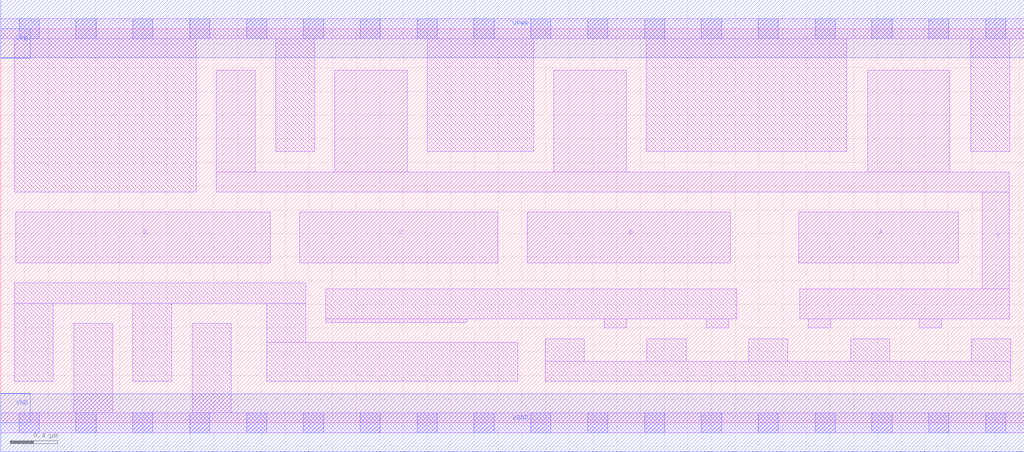
<source format=lef>
# Copyright 2020 The SkyWater PDK Authors
#
# Licensed under the Apache License, Version 2.0 (the "License");
# you may not use this file except in compliance with the License.
# You may obtain a copy of the License at
#
#     https://www.apache.org/licenses/LICENSE-2.0
#
# Unless required by applicable law or agreed to in writing, software
# distributed under the License is distributed on an "AS IS" BASIS,
# WITHOUT WARRANTIES OR CONDITIONS OF ANY KIND, either express or implied.
# See the License for the specific language governing permissions and
# limitations under the License.
#
# SPDX-License-Identifier: Apache-2.0

VERSION 5.5 ;
NAMESCASESENSITIVE ON ;
BUSBITCHARS "[]" ;
DIVIDERCHAR "/" ;
MACRO sky130_fd_sc_hs__nand4_4
  CLASS CORE ;
  SOURCE USER ;
  ORIGIN  0.000000  0.000000 ;
  SIZE  8.640000 BY  3.330000 ;
  SYMMETRY X Y ;
  SITE unit ;
  PIN A
    ANTENNAGATEAREA  0.780000 ;
    DIRECTION INPUT ;
    USE SIGNAL ;
    PORT
      LAYER li1 ;
        RECT 6.735000 1.350000 8.085000 1.780000 ;
    END
  END A
  PIN B
    ANTENNAGATEAREA  0.780000 ;
    DIRECTION INPUT ;
    USE SIGNAL ;
    PORT
      LAYER li1 ;
        RECT 4.445000 1.350000 6.160000 1.780000 ;
    END
  END B
  PIN C
    ANTENNAGATEAREA  0.780000 ;
    DIRECTION INPUT ;
    USE SIGNAL ;
    PORT
      LAYER li1 ;
        RECT 2.525000 1.350000 4.195000 1.780000 ;
    END
  END C
  PIN D
    ANTENNAGATEAREA  0.780000 ;
    DIRECTION INPUT ;
    USE SIGNAL ;
    PORT
      LAYER li1 ;
        RECT 0.125000 1.350000 2.275000 1.780000 ;
    END
  END D
  PIN Y
    ANTENNADIFFAREA  3.321600 ;
    DIRECTION OUTPUT ;
    USE SIGNAL ;
    PORT
      LAYER li1 ;
        RECT 1.820000 1.950000 8.515000 2.120000 ;
        RECT 1.820000 2.120000 2.150000 2.980000 ;
        RECT 2.820000 2.120000 3.430000 2.980000 ;
        RECT 4.670000 2.120000 5.280000 2.980000 ;
        RECT 6.745000 0.880000 8.515000 1.130000 ;
        RECT 6.815000 0.800000 7.005000 0.880000 ;
        RECT 7.320000 2.120000 8.010000 2.980000 ;
        RECT 7.755000 0.800000 7.945000 0.880000 ;
        RECT 8.285000 1.130000 8.515000 1.950000 ;
    END
  END Y
  PIN VGND
    DIRECTION INOUT ;
    USE GROUND ;
    PORT
      LAYER met1 ;
        RECT 0.000000 -0.245000 8.640000 0.245000 ;
    END
  END VGND
  PIN VNB
    DIRECTION INOUT ;
    USE GROUND ;
    PORT
    END
  END VNB
  PIN VPB
    DIRECTION INOUT ;
    USE POWER ;
    PORT
    END
  END VPB
  PIN VNB
    DIRECTION INOUT ;
    USE GROUND ;
    PORT
      LAYER met1 ;
        RECT 0.000000 0.000000 0.250000 0.250000 ;
    END
  END VNB
  PIN VPB
    DIRECTION INOUT ;
    USE POWER ;
    PORT
      LAYER met1 ;
        RECT 0.000000 3.080000 0.250000 3.330000 ;
    END
  END VPB
  PIN VPWR
    DIRECTION INOUT ;
    USE POWER ;
    PORT
      LAYER met1 ;
        RECT 0.000000 3.085000 8.640000 3.575000 ;
    END
  END VPWR
  OBS
    LAYER li1 ;
      RECT 0.000000 -0.085000 8.640000 0.085000 ;
      RECT 0.000000  3.245000 8.640000 3.415000 ;
      RECT 0.115000  0.350000 0.445000 1.010000 ;
      RECT 0.115000  1.010000 2.575000 1.180000 ;
      RECT 0.115000  1.950000 1.650000 3.245000 ;
      RECT 0.615000  0.085000 0.945000 0.840000 ;
      RECT 1.115000  0.350000 1.445000 1.010000 ;
      RECT 1.615000  0.085000 1.945000 0.840000 ;
      RECT 2.245000  0.350000 4.365000 0.680000 ;
      RECT 2.245000  0.680000 2.575000 1.010000 ;
      RECT 2.320000  2.290000 2.650000 3.245000 ;
      RECT 2.745000  0.850000 3.935000 0.880000 ;
      RECT 2.745000  0.880000 6.215000 1.130000 ;
      RECT 3.600000  2.290000 4.500000 3.245000 ;
      RECT 4.595000  0.350000 8.525000 0.520000 ;
      RECT 4.595000  0.520000 4.925000 0.710000 ;
      RECT 5.095000  0.800000 5.285000 0.880000 ;
      RECT 5.450000  2.290000 7.140000 3.245000 ;
      RECT 5.455000  0.520000 5.785000 0.710000 ;
      RECT 5.955000  0.800000 6.145000 0.880000 ;
      RECT 6.315000  0.520000 6.645000 0.710000 ;
      RECT 7.175000  0.520000 7.505000 0.710000 ;
      RECT 8.190000  2.290000 8.520000 3.245000 ;
      RECT 8.195000  0.520000 8.525000 0.710000 ;
    LAYER mcon ;
      RECT 0.155000 -0.085000 0.325000 0.085000 ;
      RECT 0.155000  3.245000 0.325000 3.415000 ;
      RECT 0.635000 -0.085000 0.805000 0.085000 ;
      RECT 0.635000  3.245000 0.805000 3.415000 ;
      RECT 1.115000 -0.085000 1.285000 0.085000 ;
      RECT 1.115000  3.245000 1.285000 3.415000 ;
      RECT 1.595000 -0.085000 1.765000 0.085000 ;
      RECT 1.595000  3.245000 1.765000 3.415000 ;
      RECT 2.075000 -0.085000 2.245000 0.085000 ;
      RECT 2.075000  3.245000 2.245000 3.415000 ;
      RECT 2.555000 -0.085000 2.725000 0.085000 ;
      RECT 2.555000  3.245000 2.725000 3.415000 ;
      RECT 3.035000 -0.085000 3.205000 0.085000 ;
      RECT 3.035000  3.245000 3.205000 3.415000 ;
      RECT 3.515000 -0.085000 3.685000 0.085000 ;
      RECT 3.515000  3.245000 3.685000 3.415000 ;
      RECT 3.995000 -0.085000 4.165000 0.085000 ;
      RECT 3.995000  3.245000 4.165000 3.415000 ;
      RECT 4.475000 -0.085000 4.645000 0.085000 ;
      RECT 4.475000  3.245000 4.645000 3.415000 ;
      RECT 4.955000 -0.085000 5.125000 0.085000 ;
      RECT 4.955000  3.245000 5.125000 3.415000 ;
      RECT 5.435000 -0.085000 5.605000 0.085000 ;
      RECT 5.435000  3.245000 5.605000 3.415000 ;
      RECT 5.915000 -0.085000 6.085000 0.085000 ;
      RECT 5.915000  3.245000 6.085000 3.415000 ;
      RECT 6.395000 -0.085000 6.565000 0.085000 ;
      RECT 6.395000  3.245000 6.565000 3.415000 ;
      RECT 6.875000 -0.085000 7.045000 0.085000 ;
      RECT 6.875000  3.245000 7.045000 3.415000 ;
      RECT 7.355000 -0.085000 7.525000 0.085000 ;
      RECT 7.355000  3.245000 7.525000 3.415000 ;
      RECT 7.835000 -0.085000 8.005000 0.085000 ;
      RECT 7.835000  3.245000 8.005000 3.415000 ;
      RECT 8.315000 -0.085000 8.485000 0.085000 ;
      RECT 8.315000  3.245000 8.485000 3.415000 ;
  END
END sky130_fd_sc_hs__nand4_4
END LIBRARY

</source>
